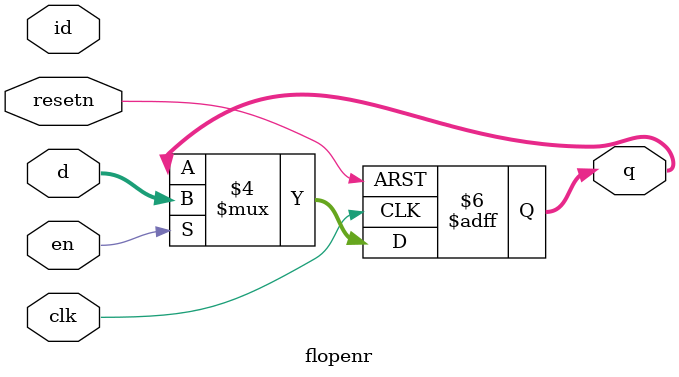
<source format=v>
module flopenr #(parameter WIDTH = 8) (

    // DEBUG id of this instance
    input wire[2:0] id,

    // clock and reset
    input wire clk,
    input wire resetn,

    input wire en,
    input wire [WIDTH-1:0] d,

    // output
    output reg [WIDTH-1:0] q
);

    always @(posedge clk, negedge resetn)
    begin

        if (resetn == 0)
        begin
            //$display("[flopenr %d] reset", id);
            q = 0;
        end
        else if (en)
        begin
            // //$display("[flopenr %d] set 0x%h", id, d);
            // if (id == 3'b000)
            // begin
            //     //$display("[flopenr CurrPC] q:0x%08h <- d:0x%08h", q, d);
            // end

            // if (id == 3'b001)
            // begin
            //     //$display("[flopenr OldPC] q:0x%08h <- d:0x%08h", q, d);
            // end

            // if (id == 3'b010)
            // begin
            //     //$display("[flopenr Instr] q:0x%08h <- d:0x%08h", q, d);
            // end

            q = d;
        end
        else
        begin
            q = q;
        end

    end

endmodule
</source>
